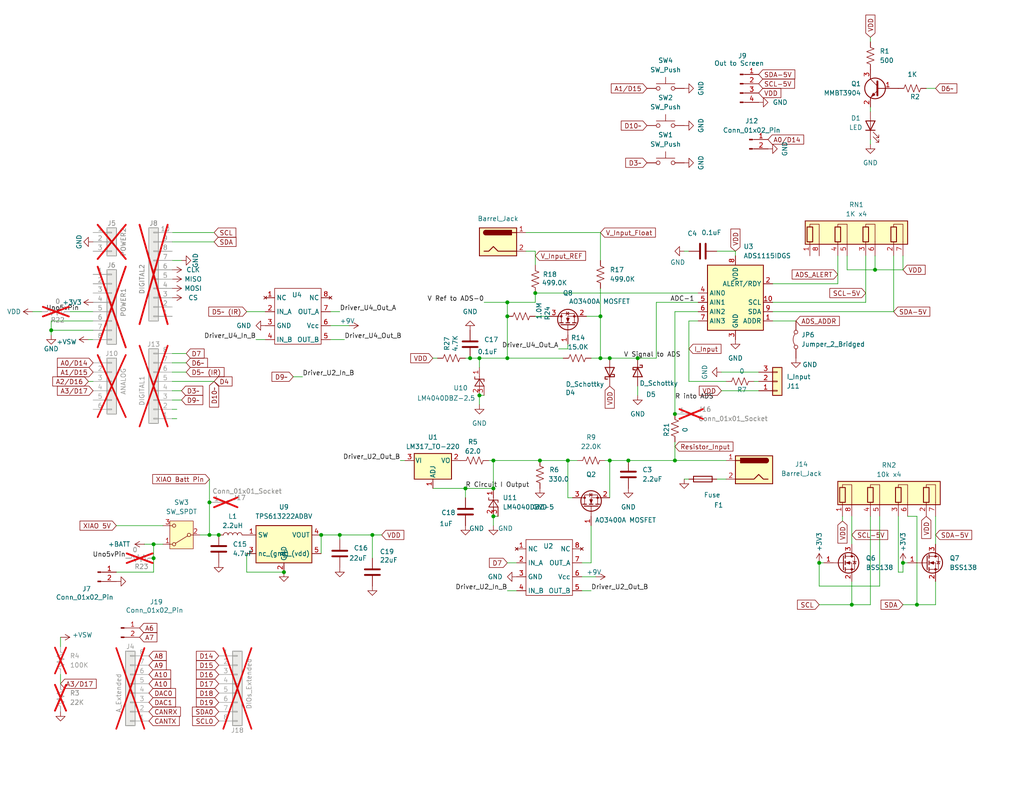
<source format=kicad_sch>
(kicad_sch (version 20250114) (generator "eeschema") (generator_version "9.0")
  (paper "USLetter")
  (title_block (title "Arduino Uno DMM Shield") (date "2025-02-22") (rev "1A") (company "Nick Mann"))
  (junction (at 250.19 165.1))
  (junction (at 163.83 97.79))
  (junction (at 92.71 146.05))
  (junction (at 101.6 146.05))
  (junction (at 130.81 107.95))
  (junction (at 173.99 97.79))
  (junction (at -74.93 148.59))
  (junction (at 147.32 125.73))
  (junction (at 134.62 140.97))
  (junction (at 130.81 97.79))
  (junction (at -31.75 135.89))
  (junction (at 77.47 156.21))
  (junction (at 134.62 133.35))
  (junction (at 184.15 125.73))
  (junction (at 238.76 73.66))
  (junction (at 128.27 97.79))
  (junction (at 154.94 125.73))
  (junction (at 57.15 137.16))
  (junction (at -74.93 138.43))
  (junction (at 127 133.35))
  (junction (at -17.78 135.89))
  (junction (at 138.43 86.36))
  (junction (at 134.62 125.73))
  (junction (at 87.63 146.05))
  (junction (at 41.91 148.59))
  (junction (at 223.52 153.67))
  (junction (at 246.38 153.67))
  (junction (at 138.43 82.55))
  (junction (at 163.83 86.36))
  (junction (at -73.66 130.81))
  (junction (at 166.37 125.73))
  (junction (at 171.45 125.73))
  (junction (at -83.82 148.59))
  (junction (at 57.15 146.05))
  (junction (at 184.15 113.03))
  (junction (at 13.97 90.17))
  (junction (at 41.91 152.4))
  (junction (at 232.41 165.1))
  (junction (at 166.37 97.79))
  (junction (at -74.93 193.04))
  (junction (at 59.69 146.05))
  (junction (at -31.75 146.05))
  (junction (at -74.93 184.15))
  (junction (at 138.43 97.79))
  (junction (at 146.05 80.01))
  (junction (at -83.82 138.43))
  (wire (pts (xy 210.82 85.09) (xy 243.84 85.09)))
  (wire (pts (xy 92.71 146.05) (xy 92.71 147.32)))
  (wire (pts (xy 237.49 38.1) (xy 237.49 39.37)))
  (wire (pts (xy 237.49 10.16) (xy 237.49 11.43)))
  (wire (pts (xy 46.99 96.52) (xy 50.8 96.52)))
  (wire (pts (xy 163.83 63.5) (xy 143.51 63.5)))
  (wire (pts (xy 224.79 153.67) (xy 223.52 153.67)))
  (wire (pts (xy 255.27 165.1) (xy 255.27 158.75)))
  (wire (pts (xy 16.51 173.99) (xy 16.51 176.53)))
  (wire (pts (xy 93.98 92.71) (xy 90.17 92.71)))
  (wire (pts (xy 146.05 68.58) (xy 143.51 68.58)))
  (wire (pts (xy 250.19 165.1) (xy 255.27 165.1)))
  (wire (pts (xy 237.49 30.48) (xy 237.49 29.21)))
  (wire (pts (xy 13.97 90.17) (xy 13.97 91.44)))
  (wire (pts (xy 247.65 153.67) (xy 246.38 153.67)))
  (wire (pts (xy 31.75 156.21) (xy 41.91 156.21)))
  (wire (pts (xy 46.99 66.04) (xy 58.42 66.04)))
  (wire (pts (xy 171.45 125.73) (xy 184.15 125.73)))
  (wire (pts (xy -92.71 148.59) (xy -83.82 148.59)))
  (wire (pts (xy 138.43 86.36) (xy 138.43 97.79)))
  (wire (pts (xy 46.99 99.06) (xy 50.8 99.06)))
  (wire (pts (xy 289.56 132.08) (xy 289.56 121.92)))
  (wire (pts (xy 13.97 90.17) (xy 25.4 90.17)))
  (wire (pts (xy 127 97.79) (xy 128.27 97.79)))
  (wire (pts (xy 255.27 140.97) (xy 255.27 148.59)))
  (wire (pts (xy 245.11 140.97) (xy 245.11 156.21)))
  (wire (pts (xy 130.81 107.95) (xy 132.08 107.95)))
  (wire (pts (xy 250.19 140.97) (xy 250.19 165.1)))
  (wire (pts (xy 198.12 104.14) (xy 187.96 104.14)))
  (wire (pts (xy -74.93 184.15) (xy -67.31 184.15)))
  (wire (pts (xy 210.82 77.47) (xy 228.6 77.47)))
  (wire (pts (xy 118.11 133.35) (xy 127 133.35)))
  (wire (pts (xy 163.83 97.79) (xy 166.37 97.79)))
  (wire (pts (xy 130.81 110.49) (xy 130.81 107.95)))
  (wire (pts (xy 161.29 97.79) (xy 163.83 97.79)))
  (wire (pts (xy 67.31 151.13) (xy 67.31 156.21)))
  (wire (pts (xy 173.99 97.79) (xy 179.07 97.79)))
  (wire (pts (xy 228.6 69.85) (xy 228.6 77.47)))
  (wire (pts (xy 69.85 92.71) (xy 72.39 92.71)))
  (wire (pts (xy 236.22 69.85) (xy 236.22 82.55)))
  (wire (pts (xy -17.78 135.89) (xy -17.78 140.97)))
  (wire (pts (xy -31.75 135.89) (xy -17.78 135.89)))
  (wire (pts (xy 198.12 130.81) (xy 195.58 130.81)))
  (wire (pts (xy 41.91 152.4) (xy 41.91 148.59)))
  (wire (pts (xy 232.41 165.1) (xy 232.41 158.75)))
  (wire (pts (xy -73.66 135.89) (xy -74.93 135.89)))
  (wire (pts (xy 238.76 73.66) (xy 238.76 69.85)))
  (wire (pts (xy 24.13 92.71) (xy 25.4 92.71)))
  (wire (pts (xy 187.96 87.63) (xy 187.96 104.14)))
  (wire (pts (xy 39.37 148.59) (xy 41.91 148.59)))
  (wire (pts (xy 184.15 85.09) (xy 190.5 85.09)))
  (wire (pts (xy 57.15 146.05) (xy 59.69 146.05)))
  (wire (pts (xy 87.63 146.05) (xy 87.63 151.13)))
  (wire (pts (xy 163.83 86.36) (xy 163.83 97.79)))
  (wire (pts (xy 132.08 82.55) (xy 138.43 82.55)))
  (wire (pts (xy -38.1 146.05) (xy -31.75 146.05)))
  (wire (pts (xy 67.31 156.21) (xy 77.47 156.21)))
  (wire (pts (xy 217.17 87.63) (xy 210.82 87.63)))
  (wire (pts (xy 200.66 68.58) (xy 200.66 69.85)))
  (wire (pts (xy 46.99 101.6) (xy 50.8 101.6)))
  (wire (pts (xy 138.43 97.79) (xy 153.67 97.79)))
  (wire (pts (xy 130.81 100.33) (xy 130.81 97.79)))
  (wire (pts (xy -74.93 135.89) (xy -74.93 138.43)))
  (wire (pts (xy -74.93 191.77) (xy -74.93 193.04)))
  (wire (pts (xy 57.15 137.16) (xy 57.15 146.05)))
  (wire (pts (xy 127 133.35) (xy 127 135.89)))
  (wire (pts (xy 138.43 82.55) (xy 138.43 86.36)))
  (wire (pts (xy 184.15 120.65) (xy 184.15 125.73)))
  (wire (pts (xy 80.01 102.87) (xy 82.55 102.87)))
  (wire (pts (xy 173.99 105.41) (xy 173.99 107.95)))
  (wire (pts (xy 109.22 125.73) (xy 110.49 125.73)))
  (wire (pts (xy -73.66 118.11) (xy -73.66 130.81)))
  (wire (pts (xy 146.05 80.01) (xy 190.5 80.01)))
  (wire (pts (xy 246.38 69.85) (xy 246.38 73.66)))
  (wire (pts (xy 184.15 85.09) (xy 184.15 113.03)))
  (wire (pts (xy 200.66 68.58) (xy 195.58 68.58)))
  (wire (pts (xy -80.01 130.81) (xy -73.66 130.81)))
  (wire (pts (xy 138.43 153.67) (xy 140.97 153.67)))
  (wire (pts (xy 90.17 85.09) (xy 92.71 85.09)))
  (wire (pts (xy 92.71 146.05) (xy 101.6 146.05)))
  (wire (pts (xy 13.97 87.63) (xy 13.97 90.17)))
  (wire (pts (xy 229.87 142.24) (xy 229.87 140.97)))
  (wire (pts (xy 186.69 130.81) (xy 187.96 130.81)))
  (wire (pts (xy 238.76 73.66) (xy 246.38 73.66)))
  (wire (pts (xy 101.6 146.05) (xy 104.14 146.05)))
  (wire (pts (xy 166.37 125.73) (xy 171.45 125.73)))
  (wire (pts (xy -83.82 148.59) (xy -83.82 147.32)))
  (wire (pts (xy 154.94 125.73) (xy 154.94 135.89)))
  (wire (pts (xy 154.94 95.25) (xy 154.94 93.98)))
  (wire (pts (xy -60.96 118.11) (xy -73.66 118.11)))
  (wire (pts (xy 146.05 86.36) (xy 149.86 86.36)))
  (wire (pts (xy 240.03 140.97) (xy 240.03 160.02)))
  (wire (pts (xy 101.6 146.05) (xy 101.6 152.4)))
  (wire (pts (xy -52.07 184.15) (xy -48.26 184.15)))
  (wire (pts (xy 252.73 24.13) (xy 255.27 24.13)))
  (wire (pts (xy -74.93 193.04) (xy -67.31 193.04)))
  (wire (pts (xy -52.07 191.77) (xy -48.26 191.77)))
  (wire (pts (xy 207.01 104.14) (xy 205.74 104.14)))
  (wire (pts (xy 246.38 165.1) (xy 250.19 165.1)))
  (wire (pts (xy 223.52 160.02) (xy 240.03 160.02)))
  (wire (pts (xy 119.38 97.79) (xy 118.11 97.79)))
  (wire (pts (xy -74.93 138.43) (xy -74.93 139.7)))
  (wire (pts (xy 187.96 68.58) (xy 186.69 68.58)))
  (wire (pts (xy -92.71 138.43) (xy -92.71 139.7)))
  (wire (pts (xy 16.51 184.15) (xy 16.51 186.69)))
  (wire (pts (xy 187.96 87.63) (xy 190.5 87.63)))
  (wire (pts (xy 57.15 130.81) (xy 57.15 137.16)))
  (wire (pts (xy 46.99 109.22) (xy 49.53 109.22)))
  (wire (pts (xy 46.99 114.3) (xy 48.26 114.3)))
  (wire (pts (xy 130.81 97.79) (xy 128.27 97.79)))
  (wire (pts (xy 24.13 104.14) (xy 25.4 104.14)))
  (wire (pts (xy 154.94 125.73) (xy 147.32 125.73)))
  (wire (pts (xy 154.94 125.73) (xy 157.48 125.73)))
  (wire (pts (xy 207.01 106.68) (xy 196.85 106.68)))
  (wire (pts (xy 179.07 82.55) (xy 179.07 97.79)))
  (wire (pts (xy -83.82 138.43) (xy -74.93 138.43)))
  (wire (pts (xy 46.99 104.14) (xy 58.42 104.14)))
  (wire (pts (xy -38.1 130.81) (xy -38.1 118.11)))
  (wire (pts (xy 46.99 111.76) (xy 48.26 111.76)))
  (wire (pts (xy 46.99 106.68) (xy 49.53 106.68)))
  (wire (pts (xy -31.75 146.05) (xy -29.21 146.05)))
  (wire (pts (xy 67.31 85.09) (xy 72.39 85.09)))
  (wire (pts (xy 247.65 140.97) (xy 250.19 140.97)))
  (wire (pts (xy 134.62 125.73) (xy 147.32 125.73)))
  (wire (pts (xy 134.62 140.97) (xy 134.62 143.51)))
  (wire (pts (xy 138.43 82.55) (xy 146.05 82.55)))
  (wire (pts (xy 163.83 63.5) (xy 163.83 71.12)))
  (wire (pts (xy 41.91 156.21) (xy 41.91 152.4)))
  (wire (pts (xy 232.41 140.97) (xy 232.41 148.59)))
  (wire (pts (xy 304.8 132.08) (xy 289.56 132.08)))
  (wire (pts (xy 236.22 82.55) (xy 210.82 82.55)))
  (wire (pts (xy 232.41 165.1) (xy 223.52 165.1)))
  (wire (pts (xy -38.1 135.89) (xy -31.75 135.89)))
  (wire (pts (xy 25.4 87.63) (xy 13.97 87.63)))
  (wire (pts (xy -83.82 138.43) (xy -83.82 139.7)))
  (wire (pts (xy 160.02 86.36) (xy 163.83 86.36)))
  (wire (pts (xy 46.99 71.12) (xy 49.53 71.12)))
  (wire (pts (xy -38.1 118.11) (xy -53.34 118.11)))
  (wire (pts (xy 165.1 125.73) (xy 166.37 125.73)))
  (wire (pts (xy 146.05 80.01) (xy 146.05 82.55)))
  (wire (pts (xy -92.71 138.43) (xy -83.82 138.43)))
  (wire (pts (xy 243.84 69.85) (xy 243.84 85.09)))
  (wire (pts (xy 31.75 143.51) (xy 44.45 143.51)))
  (wire (pts (xy 304.8 119.38) (xy 304.8 132.08)))
  (wire (pts (xy 207.01 101.6) (xy 196.85 101.6)))
  (wire (pts (xy 8.89 85.09) (xy 11.43 85.09)))
  (wire (pts (xy -92.71 148.59) (xy -92.71 147.32)))
  (wire (pts (xy 223.52 153.67) (xy 223.52 160.02)))
  (wire (pts (xy 231.14 69.85) (xy 231.14 73.66)))
  (wire (pts (xy 161.29 143.51) (xy 161.29 153.67)))
  (wire (pts (xy -31.75 146.05) (xy -31.75 143.51)))
  (wire (pts (xy 154.94 135.89) (xy 156.21 135.89)))
  (wire (pts (xy 237.49 165.1) (xy 232.41 165.1)))
  (wire (pts (xy 166.37 97.79) (xy 173.99 97.79)))
  (wire (pts (xy 166.37 125.73) (xy 166.37 135.89)))
  (wire (pts (xy 179.07 82.55) (xy 190.5 82.55)))
  (wire (pts (xy 237.49 140.97) (xy 237.49 165.1)))
  (wire (pts (xy 146.05 68.58) (xy 146.05 72.39)))
  (wire (pts (xy 245.11 156.21) (xy 246.38 156.21)))
  (wire (pts (xy 19.05 85.09) (xy 25.4 85.09)))
  (wire (pts (xy 134.62 133.35) (xy 134.62 125.73)))
  (wire (pts (xy 54.61 146.05) (xy 57.15 146.05)))
  (wire (pts (xy 161.29 161.29) (xy 158.75 161.29)))
  (wire (pts (xy 162.56 157.48) (xy 158.75 157.48)))
  (wire (pts (xy 161.29 153.67) (xy 158.75 153.67)))
  (wire (pts (xy 246.38 153.67) (xy 246.38 156.21)))
  (wire (pts (xy 87.63 146.05) (xy 92.71 146.05)))
  (wire (pts (xy 163.83 78.74) (xy 163.83 86.36)))
  (wire (pts (xy 184.15 125.73) (xy 198.12 125.73)))
  (wire (pts (xy 130.81 97.79) (xy 138.43 97.79)))
  (wire (pts (xy -83.82 148.59) (xy -74.93 148.59)))
  (wire (pts (xy 95.25 88.9) (xy 90.17 88.9)))
  (wire (pts (xy 134.62 140.97) (xy 135.89 140.97)))
  (wire (pts (xy 41.91 148.59) (xy 44.45 148.59)))
  (wire (pts (xy 127 133.35) (xy 134.62 133.35)))
  (wire (pts (xy 231.14 73.66) (xy 238.76 73.66)))
  (wire (pts (xy -74.93 148.59) (xy -74.93 147.32)))
  (wire (pts (xy 152.4 95.25) (xy 154.94 95.25)))
  (wire (pts (xy 46.99 63.5) (xy 58.42 63.5)))
  (wire (pts (xy -74.93 154.94) (xy -74.93 148.59)))
  (wire (pts (xy 138.43 161.29) (xy 140.97 161.29)))
  (wire (pts (xy 134.62 125.73) (xy 133.35 125.73)))
  (label "R Circuit I Output" (at 127 133.35 0))
  (label "Driver_U4_Out_A" (at 92.71 85.09 0))
  (label "Driver_U2_Out_B" (at 109.22 125.73 180))
  (label "V Ref to ADS-0" (at 132.08 82.55 180))
  (label "Driver_U2_In_B" (at 82.55 102.87 0))
  (label "Driver_U4_Out_B" (at 93.98 92.71 0))
  (label "V Signal to ADS" (at 170.18 97.79 0))
  (label "R into ADS" (at 184.15 109.22 0))
  (label "Driver_U2_Out_B" (at 161.29 161.29 0))
  (label "ADC-1" (at 182.88 82.55 0))
  (label "Uno5vPin" (at 34.29 152.4 180))
  (label "Driver_U4_In_B" (at 69.85 92.71 180))
  (label "Driver_U2_In_B" (at 138.43 161.29 180))
  (label "Driver_U4_Out_A" (at 152.4 95.25 180))
  (label "Uno5vPin" (at 21.59 85.09 180))
  (global_label "A0{slash}D14" (shape input) (at 25.4 99.06 180) (property "Intersheetrefs" "${INTERSHEET_REFS}" (effects (hide yes))))
  (global_label "I_Input" (shape input) (at 187.96 95.25 0) (property "Intersheetrefs" "${INTERSHEET_REFS}" (effects (hide yes))))
  (global_label "D14" (shape input) (at 59.69 179.07 180) (property "Intersheetrefs" "${INTERSHEET_REFS}" (effects (hide yes))))
  (global_label "D5~ (IR)" (shape input) (at 67.31 85.09 180) (property "Intersheetrefs" "${INTERSHEET_REFS}" (effects (hide yes))))
  (global_label "VDD" (shape input) (at 207.01 25.4 0) (property "Intersheetrefs" "${INTERSHEET_REFS}" (effects (hide yes))))
  (global_label "VDD" (shape input) (at 229.87 142.24 270) (property "Intersheetrefs" "${INTERSHEET_REFS}" (effects (hide yes))))
  (global_label "SDA" (shape input) (at 246.38 165.1 180) (property "Intersheetrefs" "${INTERSHEET_REFS}" (effects (hide yes))))
  (global_label "A10" (shape input) (at 40.64 184.15 0) (property "Intersheetrefs" "${INTERSHEET_REFS}" (effects (hide yes))))
  (global_label "D9~" (shape input) (at 49.53 109.22 0) (property "Intersheetrefs" "${INTERSHEET_REFS}" (effects (hide yes))))
  (global_label "VDD" (shape input) (at 196.85 106.68 180) (property "Intersheetrefs" "${INTERSHEET_REFS}" (effects (hide yes))))
  (global_label "XIAO 5V" (shape input) (at 31.75 143.51 180) (property "Intersheetrefs" "${INTERSHEET_REFS}" (effects (hide yes))))
  (global_label "D6~" (shape input) (at 50.8 99.06 0) (property "Intersheetrefs" "${INTERSHEET_REFS}" (effects (hide yes))))
  (global_label "ADS_ALERT" (shape input) (at 228.6 74.93 180) (property "Intersheetrefs" "${INTERSHEET_REFS}" (effects (hide yes))))
  (global_label "DAC0" (shape input) (at 40.64 189.23 0) (property "Intersheetrefs" "${INTERSHEET_REFS}" (effects (hide yes))))
  (global_label "SDA0" (shape input) (at 59.69 194.31 180) (property "Intersheetrefs" "${INTERSHEET_REFS}" (effects (hide yes))))
  (global_label "A6" (shape input) (at 38.1 171.45 0) (property "Intersheetrefs" "${INTERSHEET_REFS}" (effects (hide yes))))
  (global_label "CANRX" (shape input) (at 40.64 194.31 0) (property "Intersheetrefs" "${INTERSHEET_REFS}" (effects (hide yes))))
  (global_label "D17" (shape input) (at 59.69 186.69 180) (property "Intersheetrefs" "${INTERSHEET_REFS}" (effects (hide yes))))
  (global_label "D16" (shape input) (at 59.69 184.15 180) (property "Intersheetrefs" "${INTERSHEET_REFS}" (effects (hide yes))))
  (global_label "A2{slash}D16" (shape input) (at 24.13 104.14 180) (property "Intersheetrefs" "${INTERSHEET_REFS}" (effects (hide yes))))
  (global_label "VDD" (shape input) (at 104.14 146.05 0) (property "Intersheetrefs" "${INTERSHEET_REFS}" (effects (hide yes))))
  (global_label "D6~" (shape input) (at 255.27 24.13 0) (property "Intersheetrefs" "${INTERSHEET_REFS}" (effects (hide yes))))
  (global_label "SCL-5V" (shape input) (at 232.41 146.05 0) (property "Intersheetrefs" "${INTERSHEET_REFS}" (effects (hide yes))))
  (global_label "D4" (shape input) (at 58.42 104.14 0) (property "Intersheetrefs" "${INTERSHEET_REFS}" (effects (hide yes))))
  (global_label "VDD" (shape input) (at 166.37 105.41 270) (property "Intersheetrefs" "${INTERSHEET_REFS}" (effects (hide yes))))
  (global_label "D10~" (shape input) (at 176.53 34.29 180) (property "Intersheetrefs" "${INTERSHEET_REFS}" (effects (hide yes))))
  (global_label "D7" (shape input) (at 50.8 96.52 0) (property "Intersheetrefs" "${INTERSHEET_REFS}" (effects (hide yes))))
  (global_label "A1{slash}D15" (shape input) (at 176.53 24.13 180) (property "Intersheetrefs" "${INTERSHEET_REFS}" (effects (hide yes))))
  (global_label "Resistor_Input" (shape input) (at 184.15 121.92 0) (property "Intersheetrefs" "${INTERSHEET_REFS}" (effects (hide yes))))
  (global_label "VDD" (shape input) (at 246.38 73.66 0) (property "Intersheetrefs" "${INTERSHEET_REFS}" (effects (hide yes))))
  (global_label "SDA-5V" (shape input) (at 255.27 146.05 0) (property "Intersheetrefs" "${INTERSHEET_REFS}" (effects (hide yes))))
  (global_label "V_Input_Float" (shape input) (at 163.83 63.5 0) (property "Intersheetrefs" "${INTERSHEET_REFS}" (effects (hide yes))))
  (global_label "SCL0" (shape input) (at 59.69 196.85 180) (property "Intersheetrefs" "${INTERSHEET_REFS}" (effects (hide yes))))
  (global_label "VDD" (shape input) (at -80.01 130.81 180) (property "Intersheetrefs" "${INTERSHEET_REFS}" (effects (hide yes))))
  (global_label "D7" (shape input) (at 138.43 153.67 180) (property "Intersheetrefs" "${INTERSHEET_REFS}" (effects (hide yes))))
  (global_label "A3{slash}D17" (shape input) (at 16.51 186.69 0) (property "Intersheetrefs" "${INTERSHEET_REFS}" (effects (hide yes))))
  (global_label "D15" (shape input) (at 59.69 181.61 180) (property "Intersheetrefs" "${INTERSHEET_REFS}" (effects (hide yes))))
  (global_label "D3~" (shape input) (at 176.53 44.45 180) (property "Intersheetrefs" "${INTERSHEET_REFS}" (effects (hide yes))))
  (global_label "A10" (shape input) (at 40.64 186.69 0) (property "Intersheetrefs" "${INTERSHEET_REFS}" (effects (hide yes))))
  (global_label "A3{slash}D17" (shape input) (at 25.4 106.68 180) (property "Intersheetrefs" "${INTERSHEET_REFS}" (effects (hide yes))))
  (global_label "VDD" (shape input) (at 237.49 10.16 90) (property "Intersheetrefs" "${INTERSHEET_REFS}" (effects (hide yes))))
  (global_label "SDA-5V" (shape input) (at 207.01 20.32 0) (property "Intersheetrefs" "${INTERSHEET_REFS}" (effects (hide yes))))
  (global_label "DAC1" (shape input) (at 289.56 116.84 180) (property "Intersheetrefs" "${INTERSHEET_REFS}" (effects (hide yes))))
  (global_label "V_Input_REF" (shape input) (at 146.05 69.85 0) (property "Intersheetrefs" "${INTERSHEET_REFS}" (effects (hide yes))))
  (global_label "ADS_ADDR" (shape input) (at 217.17 87.63 0) (property "Intersheetrefs" "${INTERSHEET_REFS}" (effects (hide yes))))
  (global_label "D5~ (IR)" (shape input) (at 50.8 101.6 0) (property "Intersheetrefs" "${INTERSHEET_REFS}" (effects (hide yes))))
  (global_label "A0{slash}D14" (shape input) (at 209.55 38.1 0) (property "Intersheetrefs" "${INTERSHEET_REFS}" (effects (hide yes))))
  (global_label "A1{slash}D15" (shape input) (at 25.4 101.6 180) (property "Intersheetrefs" "${INTERSHEET_REFS}" (effects (hide yes))))
  (global_label "SCL" (shape input) (at 58.42 63.5 0) (property "Intersheetrefs" "${INTERSHEET_REFS}" (effects (hide yes))))
  (global_label "SDA" (shape input) (at 58.42 66.04 0) (property "Intersheetrefs" "${INTERSHEET_REFS}" (effects (hide yes))))
  (global_label "SCL" (shape input) (at 223.52 165.1 180) (property "Intersheetrefs" "${INTERSHEET_REFS}" (effects (hide yes))))
  (global_label "VDD" (shape input) (at 252.73 140.97 270) (property "Intersheetrefs" "${INTERSHEET_REFS}" (effects (hide yes))))
  (global_label "A7" (shape input) (at 38.1 173.99 0) (property "Intersheetrefs" "${INTERSHEET_REFS}" (effects (hide yes))))
  (global_label "D18" (shape input) (at 59.69 189.23 180) (property "Intersheetrefs" "${INTERSHEET_REFS}" (effects (hide yes))))
  (global_label "D10~" (shape input) (at 58.42 104.14 270) (property "Intersheetrefs" "${INTERSHEET_REFS}" (effects (hide yes))))
  (global_label "VDD" (shape input) (at 200.66 68.58 90) (property "Intersheetrefs" "${INTERSHEET_REFS}" (effects (hide yes))))
  (global_label "VDD" (shape input) (at 290.83 76.2 90) (property "Intersheetrefs" "${INTERSHEET_REFS}" (effects (hide yes))))
  (global_label "XIAO Batt Pin" (shape input) (at 57.15 130.81 180) (property "Intersheetrefs" "${INTERSHEET_REFS}" (effects (hide yes))))
  (global_label "A8" (shape input) (at 40.64 179.07 0) (property "Intersheetrefs" "${INTERSHEET_REFS}" (effects (hide yes))))
  (global_label "D19" (shape input) (at 59.69 191.77 180) (property "Intersheetrefs" "${INTERSHEET_REFS}" (effects (hide yes))))
  (global_label "SCL-5V" (shape input) (at 207.01 22.86 0) (property "Intersheetrefs" "${INTERSHEET_REFS}" (effects (hide yes))))
  (global_label "DAC1" (shape input) (at 40.64 191.77 0) (property "Intersheetrefs" "${INTERSHEET_REFS}" (effects (hide yes))))
  (global_label "SCL-5V" (shape input) (at 236.22 80.01 180) (property "Intersheetrefs" "${INTERSHEET_REFS}" (effects (hide yes))))
  (global_label "D3~" (shape input) (at 49.53 106.68 0) (property "Intersheetrefs" "${INTERSHEET_REFS}" (effects (hide yes))))
  (global_label "VDD" (shape input) (at 118.11 97.79 180) (property "Intersheetrefs" "${INTERSHEET_REFS}" (effects (hide yes))))
  (global_label "SDA-5V" (shape input) (at 243.84 85.09 0) (property "Intersheetrefs" "${INTERSHEET_REFS}" (effects (hide yes))))
  (global_label "CANTX" (shape input) (at 40.64 196.85 0) (property "Intersheetrefs" "${INTERSHEET_REFS}" (effects (hide yes))))
  (global_label "A9" (shape input) (at 40.64 181.61 0) (property "Intersheetrefs" "${INTERSHEET_REFS}" (effects (hide yes))))
  (global_label "D9~" (shape input) (at 80.01 102.87 180) (property "Intersheetrefs" "${INTERSHEET_REFS}" (effects (hide yes))))
  (symbol (lib_id "Device:Opamp_Dual") (at 309.88 185.42 0) (unit 3) (dnp yes)
    (property "Reference" "U8" (at 308.61 184.1499 0) (effects (justify left)))
    (property "Value" "Opamp_Dual" (at 308.61 186.6899 0) (effects (justify left)))
    (property "Footprint" "Package_SO:SOIC-8_3.9x4.9mm_P1.27mm" (effects (hide yes)))
    (property "Description" "Dual operational amplifier" (effects (hide yes)))
    (property "Sim.Library" "${KICAD9_SYMBOL_DIR}/Simulation_SPICE.sp" (effects (hide yes)))
    (property "Sim.Name" "kicad_builtin_opamp_dual" (effects (hide yes)))
    (property "Sim.Device" "SUBCKT" (effects (hide yes)))
    (property "Sim.Pins" "1=out1 2=in1- 3=in1+ 4=vee 5=in2+ 6=in2- 7=out2 8=vcc" (effects (hide yes)))
  )
  (symbol (lib_id "Transistor_FET:BSS138") (at 229.87 153.67 0) (unit 1)
    (property "Reference" "Q6" (at 236.22 152.3999 0) (effects (justify left)))
    (property "Value" "BSS138" (at 236.22 154.9399 0) (effects (justify left)))
    (property "Footprint" "Package_TO_SOT_SMD:SOT-23" (effects (hide yes)))
    (property "Datasheet" "https://www.onsemi.com/pub/Collateral/BSS138-D.PDF" (effects (hide yes)))
    (property "Description" "50V Vds, 0.22A Id, N-Channel MOSFET, SOT-23" (effects (hide yes)))
  )
  (symbol (lib_name "+BATT_1") (lib_id "power:+BATT") (at 39.37 148.59 90) (unit 1)
    (property "Reference" "#PWR063" (effects (hide yes)))
    (property "Value" "+BATT" (at 35.56 148.5901 90) (effects (justify left)))
    (property "Description" "Power symbol creates a global label with name \"+BATT\"" (effects (hide yes)))
  )
  (symbol (lib_id "Device:C") (at -74.93 187.96 0) (unit 1)
    (property "Reference" "C10" (at -72.644 190.754 0) (effects (justify left)))
    (property "Value" "4.7uF" (at -83.312 187.96 0) (effects (justify left)))
    (property "Footprint" "Capacitor_SMD:C_0805_2012Metric_Pad1.18x1.45mm_HandSolder" (effects (hide yes)))
    (property "Description" "Unpolarized capacitor" (effects (hide yes)))
    (property "Function" "Charge Pump" (effects (hide yes)))
  )
  (symbol (lib_id "Device:C") (at -92.71 143.51 0) (unit 1)
    (property "Reference" "C6" (at -91.694 146.304 0) (effects (justify left)))
    (property "Value" "1uF" (at -97.028 146.812 0) (effects (justify left)))
    (property "Footprint" "Capacitor_SMD:C_0805_2012Metric_Pad1.18x1.45mm_HandSolder" (effects (hide yes)))
    (property "Description" "Unpolarized capacitor" (effects (hide yes)))
    (property "Function" "Charge Pump" (effects (hide yes)))
  )
  (symbol (lib_id "power:+5V") (at 90.17 228.6 90) (unit 1)
    (property "Reference" "#PWR025" (effects (hide yes)))
    (property "Value" "VDD" (at 85.09 228.6 90))
  )
  (symbol (lib_id "power:GND") (at -17.78 148.59 0) (unit 1)
    (property "Reference" "#PWR016" (effects (hide yes)))
    (property "Value" "GND" (effects (hide yes)))
    (property "Description" "Power symbol creates a global label with name \"GND\" , ground" (effects (hide yes)))
  )
  (symbol (lib_id "Device:R_US") (at 172.72 234.95 180) (unit 1) (on_board no) (dnp yes)
    (property "Reference" "R19" (at 170.688 236.22 0) (effects (justify left)))
    (property "Value" "10K" (at 170.942 233.934 0) (effects (justify left)))
    (property "Footprint" "Resistor_SMD:R_0805_2012Metric_Pad1.20x1.40mm_HandSolder" (effects (hide yes)))
    (property "Description" "Resistor, US symbol" (effects (hide yes)))
    (property "ValueTemp" "5K" (effects (hide yes)))
    (property "Function" "Current Limit" (effects (hide yes)))
  )
  (symbol (lib_id "power:+9V") (at -74.93 193.04 90) (unit 1)
    (property "Reference" "#PWR036" (effects (hide yes)))
    (property "Value" "+9V" (at -80.01 193.04 0))
    (property "Description" "Power symbol creates a global label with name \"+9V\"" (effects (hide yes)))
  )
  (symbol (lib_id "Connector_Generic:Conn_02x18_Odd_Even") (at 97.79 248.92 0) (mirror y) (unit 1)
    (property "Reference" "J21" (at 96.52 222.25 0))
    (property "Value" "Conn_02x18_Odd_Even" (at 96.52 224.79 0))
    (property "Footprint" "Connector_PinSocket_2.54mm:PinSocket_2x18_P2.54mm_Vertical" (effects (hide yes)))
    (property "Description" "Generic connector, double row, 02x18, odd/even pin numbering scheme (row 1 odd numbers, row 2 even numbers), script generated (kicad-library-utils/schlib/autogen/connector/)" (effects (hide yes)))
  )
  (symbol (lib_id "Transistor_FET:DMG2302U") (at 154.94 88.9 90) (unit 1)
    (property "Reference" "Q8" (at 154.94 80.01 90))
    (property "Value" "AO3400A MOSFET" (at 163.576 82.296 90))
    (property "Footprint" "Package_TO_SOT_SMD:SOT-23" (effects (hide yes)))
    (property "Datasheet" "http://www.diodes.com/assets/Datasheets/DMG2302U.pdf" (effects (hide yes)))
    (property "Description" "4.2A Id, 20V Vds, N-Channel MOSFET, SOT-23" (effects (hide yes)))
    (property "Function" "R Circuit Range Switch" (effects (hide yes)))
  )
  (symbol (lib_id "Connector_Generic:Conn_01x08") (at 64.77 186.69 0) (unit 1) (dnp yes)
    (property "Reference" "J18" (at 64.77 199.39 0))
    (property "Value" "DIOs_Extended" (at 67.945 186.69 90))
    (property "Footprint" "Connector_PinHeader_2.54mm:PinHeader_1x08_P2.54mm_Vertical" (effects (hide yes)))
    (property "ValueTemp" "DIGITAL1" (effects (hide yes)))
  )
  (symbol (lib_id "Transistor_FET:DMG2302U") (at 161.29 138.43 90) (unit 1)
    (property "Reference" "Q2" (at 161.29 129.54 90))
    (property "Value" "AO3400A MOSFET" (at 170.688 141.986 90))
    (property "Footprint" "Package_TO_SOT_SMD:SOT-23" (effects (hide yes)))
    (property "Datasheet" "http://www.diodes.com/assets/Datasheets/DMG2302U.pdf" (effects (hide yes)))
    (property "Description" "4.2A Id, 20V Vds, N-Channel MOSFET, SOT-23" (effects (hide yes)))
    (property "Function" "R Circuit Range Switch" (effects (hide yes)))
  )
  (symbol (lib_id "Device:C") (at -83.82 143.51 0) (unit 1)
    (property "Reference" "C5" (at -83.058 146.304 0) (effects (justify left)))
    (property "Value" "1uF" (at -88.138 146.812 0) (effects (justify left)))
    (property "Footprint" "Capacitor_SMD:C_0805_2012Metric_Pad1.18x1.45mm_HandSolder" (effects (hide yes)))
    (property "Description" "Unpolarized capacitor" (effects (hide yes)))
    (property "Function" "Charge Pump" (effects (hide yes)))
  )
  (symbol (lib_id "power:+3.3V") (at 25.4 82.55 90) (unit 1)
    (property "Reference" "#PWR021" (effects (hide yes)))
    (property "Value" "+3V3" (at 19.685 82.55 90))
  )
  (symbol (lib_id "power:+9V") (at -17.78 135.89 270) (unit 1)
    (property "Reference" "#PWR015" (effects (hide yes)))
    (property "Value" "+9V" (at -13.97 135.8899 90) (effects (justify left)))
    (property "Description" "Power symbol creates a global label with name \"+9V\"" (effects (hide yes)))
  )
  (symbol (lib_id "Device:R_US") (at 15.24 85.09 90) (unit 1) (dnp yes)
    (property "Reference" "R22" (at 15.748 87.376 90))
    (property "Value" "0" (at 15.748 82.296 90))
    (property "Footprint" "Resistor_SMD:R_0805_2012Metric_Pad1.20x1.40mm_HandSolder" (effects (hide yes)))
    (property "Description" "Resistor, US symbol" (effects (hide yes)))
    (property "Function" "BJTCurrentLimit1" (effects (hide yes)))
  )
  (symbol (lib_id "Analog_ADC:ADS1115IDGS") (at 200.66 82.55 0) (unit 1)
    (property "Reference" "U3" (at 202.8541 67.31 0) (effects (justify left)))
    (property "Value" "ADS1115IDGS" (at 202.8541 69.85 0) (effects (justify left)))
    (property "Footprint" "Package_SO:TSSOP-10_3x3mm_P0.5mm" (effects (hide yes)))
    (property "Datasheet" "http://www.ti.com/lit/ds/symlink/ads1113.pdf" (effects (hide yes)))
    (property "Description" "Ultra-Small, Low-Power, I2C-Compatible, 860-SPS, 16-Bit ADCs With Internal Reference, Oscillator, and Programmable Comparator, VSSOP-10" (effects (hide yes)))
    (property "ValueTemp" "ADS1115IDGS" (effects (hide yes)))
  )
  (symbol (lib_id "power:GND") (at 134.62 143.51 0) (unit 1)
    (property "Reference" "#PWR034" (effects (hide yes)))
    (property "Value" "GND" (at 137.922 144.272 0))
    (property "Description" "Power symbol creates a global label with name \"GND\" , ground" (effects (hide yes)))
  )
  (symbol (lib_id "Device:C") (at 59.69 149.86 0) (unit 1)
    (property "Reference" "C15" (at 63.5 148.5899 0) (effects (justify left)))
    (property "Value" "4.7uF" (at 63.5 151.1299 0) (effects (justify left)))
    (property "Footprint" "Capacitor_SMD:C_0805_2012Metric_Pad1.18x1.45mm_HandSolder" (effects (hide yes)))
    (property "Description" "Unpolarized capacitor" (effects (hide yes)))
    (property "Function" "Boost Circuit Input" (effects (hide yes)))
  )
  (symbol (lib_id "Device:Fuse") (at 191.77 130.81 270) (mirror x) (unit 1)
    (property "Reference" "F1" (at 196.088 137.922 90))
    (property "Value" "Fuse" (at 194.31 135.128 90))
    (property "Footprint" "Fuse:Fuse_1206_3216Metric_Pad1.42x1.75mm_HandSolder" (effects (hide yes)))
    (property "Description" "Fuse" (effects (hide yes)))
    (property "Function" "Dead Short Protection" (effects (hide yes)))
  )
  (symbol (lib_id "Connector_Generic:Conn_01x10") (at 41.91 76.2 180) (unit 1) (dnp yes)
    (property "Reference" "J8" (at 41.91 60.96 0))
    (property "Value" "DIGITAL2" (at 38.735 76.2 90))
    (property "Footprint" "Library:PinHeader_1x10_P2.54mm_Vertical_NoBox" (effects (hide yes)))
    (property "ValueTemp" "DIGITAL2" (effects (hide yes)))
  )
  (symbol (lib_id "Reference_Voltage:LM4040DBZ-5") (at 134.62 137.16 90) (unit 1)
    (property "Reference" "U11" (at 137.16 135.8899 90) (effects (justify right)))
    (property "Value" "LM4040DBZ-5" (at 137.16 138.4299 90) (effects (justify right)))
    (property "Footprint" "Package_TO_SOT_SMD:SOT-23" (effects (hide yes)))
    (property "Datasheet" "http://www.ti.com/lit/ds/symlink/lm4040-n.pdf" (effects (hide yes)))
    (property "Description" "5.000V Precision Micropower Shunt Voltage Reference, SOT-23" (effects (hide yes)))
    (property "Function" "R Circuit Reference" (effects (hide yes)))
  )
  (symbol (lib_id "power:+3.3V") (at 46.99 78.74 270) (unit 1)
    (property "Reference" "#PWR02" (effects (hide yes)))
    (property "Value" "MOSI" (at 52.705 78.74 90))
  )
  (symbol (lib_id "power:GND") (at 13.97 91.44 0) (unit 1)
    (property "Reference" "#PWR018" (effects (hide yes)))
    (property "Value" "GND" (at 13.97 95.25 0))
  )
  (symbol (lib_id "power:+VSW") (at 24.13 92.71 90) (unit 1)
    (property "Reference" "#PWR019" (effects (hide yes)))
    (property "Value" "+VSW" (at 20.955 93.345 90) (effects (justify left)))
  )
  (symbol (lib_id "Connector:Conn_01x02_Pin") (at 26.67 156.21 0) (unit 1)
    (property "Reference" "J7" (at 23.622 160.782 0))
    (property "Value" "Conn_01x02_Pin" (at 23.114 163.068 0))
    (property "Footprint" "Connector_PinSocket_2.54mm:PinSocket_1x02_P2.54mm_Vertical" (effects (hide yes)))
    (property "Description" "Generic connector, single row, 01x02, script generated" (effects (hide yes)))
  )
  (symbol (lib_id "power:GND") (at 77.47 156.21 0) (unit 1)
    (property "Reference" "#PWR029" (effects (hide yes)))
    (property "Value" "GND" (effects (hide yes)))
    (property "Description" "Power symbol creates a global label with name \"GND\" , ground" (effects (hide yes)))
  )
  (symbol (lib_id "power:GND") (at 127 143.51 0) (unit 1)
    (property "Reference" "#PWR042" (effects (hide yes)))
    (property "Value" "GND" (at 130.048 144.272 0))
    (property "Description" "Power symbol creates a global label with name \"GND\" , ground" (effects (hide yes)))
  )
  (symbol (lib_id "power:+5V") (at 102.87 228.6 270) (unit 1)
    (property "Reference" "#PWR026" (effects (hide yes)))
    (property "Value" "VDD" (at 107.95 228.6 90))
  )
  (symbol (lib_id "Device:R_US") (at 163.83 74.93 0) (unit 1)
    (property "Reference" "R17" (at 166.37 73.6599 0) (effects (justify left)))
    (property "Value" "499.0K" (at 166.37 76.1999 0) (effects (justify left)))
    (property "Footprint" "Resistor_SMD:R_0805_2012Metric_Pad1.20x1.40mm_HandSolder" (effects (hide yes)))
    (property "Description" "Resistor, US symbol" (effects (hide yes)))
    (property "ValueTemp" "75K" (effects (hide yes)))
    (property "Function" "V Signal Divider" (effects (hide yes)))
  )
  (symbol (lib_id "power:GND") (at 101.6 160.02 0) (unit 1)
    (property "Reference" "#PWR082" (effects (hide yes)))
    (property "Value" "GND" (effects (hide yes)))
    (property "Description" "Power symbol creates a global label with name \"GND\" , ground" (effects (hide yes)))
  )
  (symbol (lib_id "Device:R_US") (at 123.19 97.79 90) (unit 1)
    (property "Reference" "R27" (at 121.92 95.758 0) (effects (justify left)))
    (property "Value" "4.7K" (at 124.206 96.012 0) (effects (justify left)))
    (property "Footprint" "Resistor_SMD:R_0805_2012Metric_Pad1.20x1.40mm_HandSolder" (effects (hide yes)))
    (property "Description" "Resistor, US symbol" (effects (hide yes)))
    (property "ValueTemp" "5K" (effects (hide yes)))
    (property "Function" "Current Limit" (effects (hide yes)))
  )
  (symbol (lib_id "power:GND") (at 171.45 133.35 0) (unit 1)
    (property "Reference" "#PWR047" (effects (hide yes)))
    (property "Value" "GND" (at 171.45 138.43 0))
    (property "Description" "Power symbol creates a global label with name \"GND\" , ground" (effects (hide yes)))
  )
  (symbol (lib_id "Device:C") (at -74.93 143.51 0) (unit 1)
    (property "Reference" "C1" (at -73.406 146.558 0) (effects (justify left)))
    (property "Value" "1uF" (at -79.248 146.812 0) (effects (justify left)))
    (property "Footprint" "Capacitor_SMD:C_0805_2012Metric_Pad1.18x1.45mm_HandSolder" (effects (hide yes)))
    (property "Description" "Unpolarized capacitor" (effects (hide yes)))
    (property "Function" "Charge Pump" (effects (hide yes)))
  )
  (symbol (lib_id "Connector:Conn_01x04_Pin") (at 201.93 22.86 0) (unit 1)
    (property "Reference" "J9" (at 202.565 15.24 0))
    (property "Value" "Out to Screen" (at 201.676 17.272 0))
    (property "Footprint" "Connector_PinSocket_2.54mm:PinSocket_1x04_P2.54mm_Vertical" (effects (hide yes)))
    (property "Description" "Generic connector, single row, 01x04, script generated" (effects (hide yes)))
    (property "ValueTemp" "Out to Screen" (effects (hide yes)))
  )
  (symbol (lib_id "Device:D_Schottky") (at 173.99 101.6 270) (unit 1)
    (property "Reference" "D5" (at 176.276 107.696 90) (effects (justify left)))
    (property "Value" "D_Schottky" (at 174.498 104.648 90) (effects (justify left)))
    (property "Footprint" "Diode_SMD:D_SOD-123" (effects (hide yes)))
    (property "Description" "Schottky diode" (effects (hide yes)))
    (property "Function" "Overvoltage Proection" (effects (hide yes)))
  )
  (symbol (lib_id "Switch:SW_Push") (at 181.61 44.45 0) (unit 1)
    (property "Reference" "SW1" (at 181.61 36.83 0))
    (property "Value" "SW_Push" (at 181.61 39.37 0))
    (property "Footprint" "Button_Switch_SMD:SW_SPST_CK_RS282G05A3" (effects (hide yes)))
    (property "Description" "Push button switch, generic, two pins" (effects (hide yes)))
    (property "ValueTemp" "SW_Push" (effects (hide yes)))
  )
  (symbol (lib_id "power:GND") (at 209.55 40.64 90) (unit 1)
    (property "Reference" "#PWR044" (effects (hide yes)))
    (property "Value" "GND" (at 214.122 40.64 0))
    (property "Description" "Power symbol creates a global label with name \"GND\" , ground" (effects (hide yes)))
  )
  (symbol (lib_id "power:+5V") (at -67.31 186.69 90) (unit 1)
    (property "Reference" "#PWR039" (effects (hide yes)))
    (property "Value" "VDD" (at -71.628 186.69 90))
  )
  (symbol (lib_id "power:GND") (at 186.69 44.45 90) (unit 1)
    (property "Reference" "#PWR024" (effects (hide yes)))
    (property "Value" "GND" (at 191.262 44.45 0))
    (property "Description" "Power symbol creates a global label with name \"GND\" , ground" (effects (hide yes)))
  )
  (symbol (lib_id "power:GND") (at 90.17 271.78 270) (unit 1)
    (property "Reference" "#PWR031" (effects (hide yes)))
    (property "Value" "GND" (at 86.36 271.78 0))
  )
  (symbol (lib_id "Connector_Generic:Conn_01x06") (at 30.48 104.14 0) (unit 1) (dnp yes)
    (property "Reference" "J10" (at 30.48 96.52 0))
    (property "Value" "ANALOG" (at 33.655 104.14 90))
    (property "Footprint" "Library:PinHeader_1x06_P2.54mm_Vertical_NoBox" (effects (hide yes)))
    (property "ValueTemp" "ANALOG" (effects (hide yes)))
  )
  (symbol (lib_id "power:GND") (at -74.93 184.15 270) (unit 1)
    (property "Reference" "#PWR037" (effects (hide yes)))
    (property "Value" "GND" (at -79.502 182.626 0))
    (property "Description" "Power symbol creates a global label with name \"GND\" , ground" (effects (hide yes)))
  )
  (symbol (lib_id "Device:R_Pack04_SIP") (at 233.68 64.77 0) (unit 1)
    (property "Reference" "RN1" (at 233.68 55.88 0))
    (property "Value" "1K x4" (at 233.68 58.42 0))
    (property "Footprint" "Library:RESCAXS127P508X320X70-8N" (effects (hide yes)))
    (property "Datasheet" "http://www.vishay.com/docs/31509/csc.pdf" (effects (hide yes)))
    (property "Description" "4 resistor network, parallel topology, SIP package" (effects (hide yes)))
  )
  (symbol (lib_id "power:GND") (at 92.71 154.94 0) (unit 1)
    (property "Reference" "#PWR010" (effects (hide yes)))
    (property "Value" "GND" (effects (hide yes)))
    (property "Description" "Power symbol creates a global label with name \"GND\" , ground" (effects (hide yes)))
  )
  (symbol (lib_id "power:GND") (at 147.32 133.35 0) (unit 1)
    (property "Reference" "#PWR035" (effects (hide yes)))
    (property "Value" "GND" (at 147.32 138.43 0))
    (property "Description" "Power symbol creates a global label with name \"GND\" , ground" (effects (hide yes)))
  )
  (symbol (lib_id "MIC4801:MAX1683") (at -66.04 189.23 0) (unit 1)
    (property "Reference" "U7" (at -59.69 179.07 0))
    (property "Value" "MAX1683" (at -59.69 181.61 0))
    (property "Footprint" "Package_TO_SOT_SMD:SOT-23-5_HandSoldering" (effects (hide yes)))
    (property "Datasheet" "https://www.analog.com/media/en/technical-documentation/data-sheets/MAX1682-MAX1683.pdf" (effects (hide yes)))
    (property "Description" "IC REG CHARGE PUMP 2VIN SOT23-5" (effects (hide yes)))
    (property "Function" "Voltage Doubler" (effects (hide yes)))
  )
  (symbol (lib_id "power:+VSW") (at 16.51 173.99 270) (unit 1)
    (property "Reference" "#PWR028" (effects (hide yes)))
    (property "Value" "+VSW" (at 19.685 173.355 90) (effects (justify left)))
  )
  (symbol (lib_id "power:GND") (at 290.83 91.44 0) (unit 1)
    (property "Reference" "#PWR07" (effects (hide yes)))
    (property "Value" "GND" (at 290.83 96.52 0))
    (property "Description" "Power symbol creates a global label with name \"GND\" , ground" (effects (hide yes)))
  )
  (symbol (lib_id "Device:Opamp_Dual") (at 321.31 200.66 0) (unit 2) (dnp yes)
    (property "Reference" "U8" (at 321.31 190.5 0))
    (property "Value" "Opamp_Dual" (at 321.31 193.04 0))
    (property "Footprint" "Package_SO:SOIC-8_3.9x4.9mm_P1.27mm" (effects (hide yes)))
    (property "Description" "Dual operational amplifier" (effects (hide yes)))
    (property "Sim.Library" "${KICAD9_SYMBOL_DIR}/Simulation_SPICE.sp" (effects (hide yes)))
    (property "Sim.Name" "kicad_builtin_opamp_dual" (effects (hide yes)))
    (property "Sim.Device" "SUBCKT" (effects (hide yes)))
    (property "Sim.Pins" "1=out1 2=in1- 3=in1+ 4=vee 5=in2+ 6=in2- 7=out2 8=vcc" (effects (hide yes)))
  )
  (symbol (lib_id "Device:Opamp_Dual") (at 293.37 83.82 0) (unit 3)
    (property "Reference" "U5" (at 292.1 82.5499 0) (effects (justify left)))
    (property "Value" "Opamp_Dual" (at 292.1 85.0899 0) (effects (justify left)))
    (property "Footprint" "Package_SO:SOIC-8_3.9x4.9mm_P1.27mm" (effects (hide yes)))
    (property "Description" "Dual operational amplifier" (effects (hide yes)))
    (property "Sim.Library" "${KICAD9_SYMBOL_DIR}/Simulation_SPICE.sp" (effects (hide yes)))
    (property "Sim.Name" "kicad_builtin_opamp_dual" (effects (hide yes)))
    (property "Sim.Device" "SUBCKT" (effects (hide yes)))
    (property "Sim.Pins" "1=out1 2=in1- 3=in1+ 4=vee 5=in2+ 6=in2- 7=out2 8=vcc" (effects (hide yes)))
  )
  (symbol (lib_id "power:GND") (at 207.01 27.94 90) (unit 1)
    (property "Reference" "#PWR041" (effects (hide yes)))
    (property "Value" "GND" (at 210.82 27.9399 90) (effects (justify right)))
    (property "Description" "Power symbol creates a global label with name \"GND\" , ground" (effects (hide yes)))
  )
  (symbol (lib_id "Connector:Barrel_Jack") (at 135.89 66.04 0) (unit 1)
    (property "Reference" "J15" (effects (hide yes)))
    (property "Value" "Barrel_Jack" (at 135.89 59.69 0))
    (property "Footprint" "Connector_BarrelJack:BarrelJack_Horizontal" (effects (hide yes)))
    (property "Description" "DC Barrel Jack" (effects (hide yes)))
    (property "ValueTemp" "Barrel_Jack" (effects (hide yes)))
  )
  (symbol (lib_id "Connector_Generic:Conn_01x08") (at 30.48 82.55 0) (unit 1) (dnp yes)
    (property "Reference" "J6" (at 29.21 72.39 0) (effects (justify left)))
    (property "Value" "POWER1" (at 33.655 82.55 90))
    (property "Footprint" "Library:PinHeader_1x08_P2.54mm_Vertical_NoBox" (effects (hide yes)))
    (property "ValueTemp" "POWER1" (effects (hide yes)))
  )
  (symbol (lib_id "Device:R_US") (at 172.72 223.52 180) (unit 1) (on_board no) (dnp yes)
    (property "Reference" "R20" (at 170.688 224.79 0) (effects (justify left)))
    (property "Value" "10K" (at 170.942 222.504 0) (effects (justify left)))
    (property "Footprint" "Resistor_SMD:R_0805_2012Metric_Pad1.20x1.40mm_HandSolder" (effects (hide yes)))
    (property "Description" "Resistor, US symbol" (effects (hide yes)))
    (property "ValueTemp" "5K" (effects (hide yes)))
    (property "Function" "Current Limit" (effects (hide yes)))
  )
  (symbol (lib_id "CustomLibrary:IX4426_") (at 143.51 146.05 0) (unit 1)
    (property "Reference" "U2" (at 149.606 149.098 0))
    (property "Value" "IX4426N" (effects (hide yes)))
    (property "Footprint" "Package_SO:SOIC-8_3.9x4.9mm_P1.27mm" (effects (hide yes)))
  )
  (symbol (lib_id "Device:C") (at 101.6 156.21 0) (unit 1)
    (property "Reference" "C19" (at 103.632 150.622 0) (effects (justify left)))
    (property "Value" "22uF" (at 103.632 152.9079 0) (effects (justify left)))
    (property "Footprint" "Capacitor_SMD:C_0805_2012Metric_Pad1.18x1.45mm_HandSolder" (effects (hide yes)))
    (property "Description" "Unpolarized capacitor" (effects (hide yes)))
    (property "Function" "Boost Output Smoothing" (effects (hide yes)))
  )
  (symbol (lib_id "power:+5V") (at 8.89 85.09 90) (unit 1)
    (property "Reference" "#PWR022" (effects (hide yes)))
    (property "Value" "VDD" (at 3.81 85.09 90))
  )
  (symbol (lib_id "power:GND") (at -29.21 153.67 0) (unit 1)
    (property "Reference" "#PWR014" (effects (hide yes)))
    (property "Value" "GND" (effects (hide yes)))
    (property "Description" "Power symbol creates a global label with name \"GND\" , ground" (effects (hide yes)))
  )
  (symbol (lib_id "power:GND") (at 317.5 115.57 270) (unit 1)
    (property "Reference" "#PWR033" (effects (hide yes)))
    (property "Value" "GND" (at 313.69 115.5699 90) (effects (justify right)))
    (property "Description" "Power symbol creates a global label with name \"GND\" , ground" (effects (hide yes)))
  )
  (symbol (lib_id "Regulator_Switching:TPS613222ADBV") (at 77.47 148.59 0) (unit 1)
    (property "Reference" "U9" (at 77.47 138.43 0))
    (property "Value" "TPS613222ADBV" (at 77.47 140.97 0))
    (property "Footprint" "Package_TO_SOT_SMD:SOT-23-5" (effects (hide yes)))
    (property "Datasheet" "http://www.ti.com/lit/ds/symlink/tps61322.pdf" (effects (hide yes)))
    (property "Description" "1.8A Step-Up Converter, 5V Output Voltage, 0.9-5.5V Input Voltage, SOT-23-5" (effects (hide yes)))
  )
  (symbol (lib_id "Connector:Conn_01x02_Pin") (at 33.02 171.45 0) (unit 1)
    (property "Reference" "J19" (at 42.672 164.338 0))
    (property "Value" "Conn_01x02_Pin" (at 42.164 166.624 0))
    (property "Footprint" "Connector_PinSocket_2.54mm:PinSocket_1x02_P2.54mm_Vertical" (effects (hide yes)))
    (property "Description" "Generic connector, single row, 01x02, script generated" (effects (hide yes)))
  )
  (symbol (lib_id "Connector_Generic:Conn_01x08") (at 35.56 189.23 180) (unit 1) (dnp yes)
    (property "Reference" "J4" (at 35.56 176.53 0))
    (property "Value" "A_Extended" (at 32.385 189.23 90))
    (property "Footprint" "Connector_PinHeader_2.54mm:PinHeader_1x08_P2.54mm_Vertical" (effects (hide yes)))
    (property "ValueTemp" "DIGITAL1" (effects (hide yes)))
  )
  (symbol (lib_id "Device:R_US") (at 147.32 129.54 180) (unit 1)
    (property "Reference" "R6" (at 149.86 128.2699 0) (effects (justify right)))
    (property "Value" "330.0" (at 149.606 130.81 0) (effects (justify right)))
    (property "Footprint" "Resistor_SMD:R_0805_2012Metric_Pad1.20x1.40mm_HandSolder" (effects (hide yes)))
    (property "Description" "Resistor, US symbol" (effects (hide yes)))
    (property "Function" "330 R Circuit I Bleeder" (effects (hide yes)))
  )
  (symbol (lib_id "Device:L") (at 63.5 146.05 90) (unit 1)
    (property "Reference" "L1" (at 63.5 140.97 90))
    (property "Value" "2.2uH" (at 63.5 143.51 90))
    (property "Footprint" "Inductor_SMD:L_Murata_DFE201610P" (effects (hide yes)))
    (property "Description" "Inductor" (effects (hide yes)))
  )
  (symbol (lib_id "power:+3.3V") (at 46.99 73.66 270) (unit 1)
    (property "Reference" "#PWR03" (effects (hide yes)))
    (property "Value" "CLK" (at 52.705 73.66 90))
  )
  (symbol (lib_id "Device:R_US") (at 161.29 125.73 90) (unit 1)
    (property "Reference" "R9" (at 161.29 119.38 90))
    (property "Value" "22.0K" (at 161.29 121.92 90))
    (property "Footprint" "Resistor_SMD:R_0805_2012Metric_Pad1.20x1.40mm_HandSolder" (effects (hide yes)))
    (property "Description" "Resistor, US symbol" (effects (hide yes)))
    (property "Function" "R Circuit Divider" (effects (hide yes)))
  )
  (symbol (lib_id "Connector:Conn_01x01_Socket") (at 62.23 137.16 0) (unit 1) (dnp yes)
    (property "Reference" "J17" (at 63.5 135.8899 0) (effects (justify left)))
    (property "Value" "Conn_01x01_Socket" (at 57.912 134.112 0) (effects (justify left)))
    (property "Footprint" "Connector_PinSocket_2.54mm:PinSocket_1x01_P2.54mm_Vertical" (effects (hide yes)))
    (property "Description" "Generic connector, single row, 01x01, script generated" (effects (hide yes)))
  )
  (symbol (lib_id "power:GND") (at 25.4 66.04 270) (unit 1)
    (property "Reference" "#PWR020" (effects (hide yes)))
    (property "Value" "GND" (at 21.59 66.04 0))
  )
  (symbol (lib_id "power:+3.3V") (at 246.38 153.67 0) (unit 1)
    (property "Reference" "#PWR06" (effects (hide yes)))
    (property "Value" "+3V3" (at 246.38 147.955 90))
  )
  (symbol (lib_id "power:GND") (at 72.39 88.9 270) (unit 1)
    (property "Reference" "#PWR013" (effects (hide yes)))
    (property "Value" "GND" (at 68.58 88.8999 90) (effects (justify right)))
    (property "Description" "Power symbol creates a global label with name \"GND\" , ground" (effects (hide yes)))
  )
  (symbol (lib_id "power:GND") (at 186.69 34.29 90) (unit 1)
    (property "Reference" "#PWR023" (effects (hide yes)))
    (property "Value" "GND" (at 191.262 34.29 0))
    (property "Description" "Power symbol creates a global label with name \"GND\" , ground" (effects (hide yes)))
  )
  (symbol (lib_id "power:GND") (at 186.69 130.81 0) (mirror y) (unit 1)
    (property "Reference" "#PWR030" (effects (hide yes)))
    (property "Value" "GND" (effects (hide yes)))
    (property "Description" "Power symbol creates a global label with name \"GND\" , ground" (effects (hide yes)))
  )
  (symbol (lib_id "Connector:Barrel_Jack") (at 205.74 128.27 0) (mirror y) (unit 1)
    (property "Reference" "J14" (at 218.694 126.746 0))
    (property "Value" "Barrel_Jack" (at 218.694 129.286 0))
    (property "Footprint" "Connector_BarrelJack:BarrelJack_Horizontal" (effects (hide yes)))
    (property "Description" "DC Barrel Jack" (effects (hide yes)))
    (property "ValueTemp" "Barrel_Jack" (effects (hide yes)))
  )
  (symbol (lib_id "Reference_Voltage:LM4040DBZ-2.5") (at 130.81 104.14 90) (unit 1)
    (property "Reference" "U10" (at 123.698 105.918 90) (effects (justify right)))
    (property "Value" "LM4040DBZ-2.5" (at 113.792 108.712 90) (effects (justify right)))
    (property "Footprint" "Package_TO_SOT_SMD:SOT-23" (effects (hide yes)))
    (property "Datasheet" "http://www.ti.com/lit/ds/symlink/lm4040-n.pdf" (effects (hide yes)))
    (property "Description" "2.500V Precision Micropower Shunt Voltage Reference, SOT-23" (effects (hide yes)))
    (property "Function" "V Reference Control" (effects (hide yes)))
  )
  (symbol (lib_id "Device:Opamp_Dual") (at 297.18 119.38 0) (unit 1)
    (property "Reference" "U5" (at 297.18 109.22 0))
    (property "Value" "Opamp_Dual" (at 297.18 111.76 0))
    (property "Footprint" "Package_SO:SOIC-8_3.9x4.9mm_P1.27mm" (effects (hide yes)))
    (property "Description" "Dual operational amplifier" (effects (hide yes)))
    (property "Sim.Library" "${KICAD9_SYMBOL_DIR}/Simulation_SPICE.sp" (effects (hide yes)))
    (property "Sim.Name" "kicad_builtin_opamp_dual" (effects (hide yes)))
    (property "Sim.Device" "SUBCKT" (effects (hide yes)))
    (property "Sim.Pins" "1=out1 2=in1- 3=in1+ 4=vee 5=in2+ 6=in2- 7=out2 8=vcc" (effects (hide yes)))
  )
  (symbol (lib_id "Connector:Conn_01x04_Pin") (at 322.58 118.11 180) (unit 1)
    (property "Reference" "J1" (at 321.945 125.73 0))
    (property "Value" "TRRS" (at 322.834 123.698 0))
    (property "Footprint" "Connector_PinSocket_2.54mm:PinSocket_1x04_P2.54mm_Vertical" (effects (hide yes)))
    (property "Description" "Generic connector, single row, 01x04, script generated" (effects (hide yes)))
    (property "ValueTemp" "Out to Screen" (effects (hide yes)))
  )
  (symbol (lib_id "Device:C") (at -48.26 187.96 0) (unit 1)
    (property "Reference" "C9" (at -44.45 186.6899 0) (effects (justify left)))
    (property "Value" "4.7uF" (at -44.45 189.2299 0) (effects (justify left)))
    (property "Footprint" "Capacitor_SMD:C_0805_2012Metric_Pad1.18x1.45mm_HandSolder" (effects (hide yes)))
    (property "Description" "Unpolarized capacitor" (effects (hide yes)))
    (property "Function" "Charge Pump" (effects (hide yes)))
  )
  (symbol (lib_id "Transistor_FET:BSS138") (at 252.73 153.67 0) (unit 1)
    (property "Reference" "Q7" (at 259.08 152.3999 0) (effects (justify left)))
    (property "Value" "BSS138" (at 259.08 154.9399 0) (effects (justify left)))
    (property "Footprint" "Package_TO_SOT_SMD:SOT-23" (effects (hide yes)))
    (property "Datasheet" "https://www.onsemi.com/pub/Collateral/BSS138-D.PDF" (effects (hide yes)))
    (property "Description" "50V Vds, 0.22A Id, N-Channel MOSFET, SOT-23" (effects (hide yes)))
  )
  (symbol (lib_id "Device:R_US") (at 157.48 97.79 90) (unit 1)
    (property "Reference" "R14" (at 157.734 92.202 90))
    (property "Value" "15.0K" (at 157.734 94.742 90))
    (property "Footprint" "Resistor_SMD:R_0805_2012Metric_Pad1.20x1.40mm_HandSolder" (effects (hide yes)))
    (property "Description" "Resistor, US symbol" (effects (hide yes)))
    (property "Function" "V Bridge" (effects (hide yes)))
  )
  (symbol (lib_id "Transistor_BJT:MMBT3904") (at 240.03 24.13 0) (mirror y) (unit 1)
    (property "Reference" "Q1" (at 234.95 22.8599 0) (effects (justify left)))
    (property "Value" "MMBT3904" (at 234.95 25.3999 0) (effects (justify left)))
    (property "Footprint" "Package_TO_SOT_SMD:SOT-23" (effects (hide yes)))
    (property "Datasheet" "https://www.onsemi.com/pdf/datasheet/pzt3904-d.pdf" (effects (hide yes)))
    (property "Description" "0.2A Ic, 40V Vce, Small Signal NPN Transistor, SOT-23" (effects (hide yes)))
    (property "ValueTemp" "MMBT3904" (effects (hide yes)))
    (property "Function" "LED Control" (effects (hide yes)))
  )
  (symbol (lib_id "Device:R_US") (at 129.54 125.73 90) (unit 1)
    (property "Reference" "R5" (at 129.032 120.65 90))
    (property "Value" "62.0" (at 129.032 123.19 90))
    (property "Footprint" "Resistor_SMD:R_0805_2012Metric_Pad1.20x1.40mm_HandSolder" (effects (hide yes)))
    (property "Description" "Resistor, US symbol" (effects (hide yes)))
    (property "Function" "R Circuit I Set" (effects (hide yes)))
  )
  (symbol (lib_id "power:GND") (at 217.17 97.79 0) (unit 1)
    (property "Reference" "#PWR056" (effects (hide yes)))
    (property "Value" "GND" (at 220.98 99.568 0))
    (property "Description" "Power symbol creates a global label with name \"GND\" , ground" (effects (hide yes)))
  )
  (symbol (lib_id "Connector:Conn_01x01_Socket") (at 189.23 113.03 0) (unit 1) (dnp yes)
    (property "Reference" "J16" (at 190.5 111.7599 0) (effects (justify left)))
    (property "Value" "Conn_01x01_Socket" (at 190.5 114.2999 0) (effects (justify left)))
    (property "Footprint" "Connector_PinSocket_2.54mm:PinSocket_1x01_P2.54mm_Vertical" (effects (hide yes)))
    (property "Description" "Generic connector, single row, 01x01, script generated" (effects (hide yes)))
  )
  (symbol (lib_id "Device:R_US") (at 149.86 233.68 180) (unit 1) (on_board no) (dnp yes)
    (property "Reference" "R11" (at 147.828 234.95 0) (effects (justify left)))
    (property "Value" "10K" (at 148.082 232.664 0) (effects (justify left)))
    (property "Footprint" "Resistor_SMD:R_0805_2012Metric_Pad1.20x1.40mm_HandSolder" (effects (hide yes)))
    (property "Description" "Resistor, US symbol" (effects (hide yes)))
    (property "ValueTemp" "5K" (effects (hide yes)))
    (property "Function" "Current Limit" (effects (hide yes)))
  )
  (symbol (lib_id "Device:D_Schottky") (at 166.37 101.6 90) (unit 1)
    (property "Reference" "D4" (at 156.972 107.188 90) (effects (justify left)))
    (property "Value" "D_Schottky" (at 164.846 104.902 90) (effects (justify left)))
    (property "Footprint" "Diode_SMD:D_SOD-123" (effects (hide yes)))
    (property "Description" "Schottky diode" (effects (hide yes)))
    (property "Function" "Overvoltage Proection" (effects (hide yes)))
  )
  (symbol (lib_id "power:+3.3V") (at 46.99 81.28 270) (unit 1)
    (property "Reference" "#PWR01" (effects (hide yes)))
    (property "Value" "CS" (at 52.705 81.28 90))
  )
  (symbol (lib_id "Device:R_US") (at 237.49 15.24 180) (unit 1)
    (property "Reference" "R1" (at 240.03 13.9699 0) (effects (justify right)))
    (property "Value" "500" (at 240.03 16.5099 0) (effects (justify right)))
    (property "Footprint" "Resistor_SMD:R_0805_2012Metric_Pad1.20x1.40mm_HandSolder" (effects (hide yes)))
    (property "Description" "Resistor, US symbol" (effects (hide yes)))
    (property "Function" "I Limit LED" (effects (hide yes)))
  )
  (symbol (lib_id "Connector_Generic:Conn_01x08") (at 41.91 106.68 180) (unit 1) (dnp yes)
    (property "Reference" "J13" (at 41.91 93.98 0))
    (property "Value" "DIGITAL1" (at 38.735 106.68 90))
    (property "Footprint" "Library:PinHeader_1x08_P2.54mm_Vertical_NoBox" (effects (hide yes)))
    (property "ValueTemp" "DIGITAL1" (effects (hide yes)))
  )
  (symbol (lib_id "power:GND") (at 186.69 24.13 90) (unit 1)
    (property "Reference" "#PWR081" (effects (hide yes)))
    (property "Value" "GND" (at 191.262 24.13 0))
    (property "Description" "Power symbol creates a global label with name \"GND\" , ground" (effects (hide yes)))
  )
  (symbol (lib_id "Connector_Generic:Conn_01x03") (at 212.09 104.14 0) (mirror x) (unit 1)
    (property "Reference" "J11" (at 214.63 105.4101 0) (effects (justify left)))
    (property "Value" "I_Input" (at 214.63 102.8701 0) (effects (justify left)))
    (property "Footprint" "Connector_PinSocket_2.54mm:PinSocket_1x03_P2.54mm_Vertical" (effects (hide yes)))
    (property "Description" "Generic connector, single row, 01x03, script generated (kicad-library-utils/schlib/autogen/connector/)" (effects (hide yes)))
    (property "ValueTemp" "I_Input" (effects (hide yes)))
  )
  (symbol (lib_id "power:+9V") (at 95.25 88.9 270) (unit 1)
    (property "Reference" "#PWR012" (effects (hide yes)))
    (property "Value" "+9V" (at 92.71 87.63 90) (effects (justify left)))
    (property "Description" "Power symbol creates a global label with name \"+9V\"" (effects (hide yes)))
  )
  (symbol (lib_id "Device:C") (at -17.78 144.78 0) (unit 1)
    (property "Reference" "C2" (at -15.494 147.574 0) (effects (justify left)))
    (property "Value" "4.7uF" (at -26.162 144.78 0) (effects (justify left)))
    (property "Footprint" "Capacitor_SMD:C_0805_2012Metric_Pad1.18x1.45mm_HandSolder" (effects (hide yes)))
    (property "Description" "Unpolarized capacitor" (effects (hide yes)))
    (property "Function" "Charge Pump" (effects (hide yes)))
  )
  (symbol (lib_id "Device:R_US") (at 16.51 190.5 180) (unit 1) (dnp yes)
    (property "Reference" "R3" (at 19.05 189.2299 0) (effects (justify right)))
    (property "Value" "22K" (at 19.05 191.7699 0) (effects (justify right)))
    (property "Footprint" "Resistor_SMD:R_0805_2012Metric_Pad1.20x1.40mm_HandSolder" (effects (hide yes)))
    (property "Description" "Resistor, US symbol" (effects (hide yes)))
    (property "Function" "Uno VIN2" (effects (hide yes)))
  )
  (symbol (lib_id "Device:C") (at 191.77 68.58 90) (unit 1)
    (property "Reference" "C4" (at 190.246 63.754 90) (effects (justify left)))
    (property "Value" "0.1uF" (at 196.85 63.5 90) (effects (justify left)))
    (property "Footprint" "Capacitor_SMD:C_0805_2012Metric_Pad1.18x1.45mm_HandSolder" (effects (hide yes)))
    (property "Description" "Unpolarized capacitor" (effects (hide yes)))
    (property "Function" "ADS Vdd Input Filter" (effects (hide yes)))
  )
  (symbol (lib_id "Device:R_US") (at -31.75 139.7 0) (unit 1)
    (property "Reference" "R25" (at -29.718 138.43 0) (effects (justify left)))
    (property "Value" "732k" (at -29.972 140.716 0) (effects (justify left)))
    (property "Footprint" "Resistor_SMD:R_0805_2012Metric_Pad1.20x1.40mm_HandSolder" (effects (hide yes)))
    (property "Description" "Resistor, US symbol" (effects (hide yes)))
    (property "ValueTemp" "5K" (effects (hide yes)))
    (property "Function" "Current Limit" (effects (hide yes)))
  )
  (symbol (lib_id "Device:R_US") (at 142.24 86.36 270) (unit 1)
    (property "Reference" "R24" (at 149.352 83.566 0) (effects (justify left)))
    (property "Value" "1.0M" (at 147.066 82.55 0) (effects (justify left)))
    (property "Footprint" "Resistor_SMD:R_0805_2012Metric_Pad1.20x1.40mm_HandSolder" (effects (hide yes)))
    (property "Description" "Resistor, US symbol" (effects (hide yes)))
    (property "Function" "V REF Divider" (effects (hide yes)))
  )
  (symbol (lib_id "Connector_Generic:Conn_01x03") (at 30.48 66.04 0) (unit 1) (dnp yes)
    (property "Reference" "J5" (at 30.48 60.96 0))
    (property "Value" "POWER2" (at 33.655 66.04 90))
    (property "Footprint" "Library:PinHeader_1x03_P2.54mm_Vertical_NoBox" (effects (hide yes)))
    (property "ValueTemp" "POWER2" (effects (hide yes)))
  )
  (symbol (lib_id "power:GND") (at 140.97 157.48 270) (unit 1)
    (property "Reference" "#PWR011" (effects (hide yes)))
    (property "Value" "GND" (at 137.16 157.4799 90) (effects (justify right)))
    (property "Description" "Power symbol creates a global label with name \"GND\" , ground" (effects (hide yes)))
  )
  (symbol (lib_id "Device:C") (at 128.27 93.98 0) (unit 1)
    (property "Reference" "C17" (at 132.08 92.7099 0) (effects (justify left)))
    (property "Value" "0.1uF" (at 130.302 96.012 0) (effects (justify left)))
    (property "Footprint" "Capacitor_SMD:C_0805_2012Metric_Pad1.18x1.45mm_HandSolder" (effects (hide yes)))
    (property "Description" "Unpolarized capacitor" (effects (hide yes)))
    (property "Function" "Voltage Ref Smoothing" (effects (hide yes)))
  )
  (symbol (lib_id "power:GND") (at 200.66 92.71 0) (unit 1)
    (property "Reference" "#PWR054" (effects (hide yes)))
    (property "Value" "GND" (at 200.66 97.79 0))
    (property "Description" "Power symbol creates a global label with name \"GND\" , ground" (effects (hide yes)))
  )
  (symbol (lib_id "Switch:SW_Push") (at 181.61 24.13 0) (unit 1)
    (property "Reference" "SW4" (at 181.61 16.51 0))
    (property "Value" "SW_Push" (at 181.61 19.05 0))
    (property "Footprint" "Button_Switch_SMD:SW_SPST_CK_RS282G05A3" (effects (hide yes)))
    (property "Description" "Push button switch, generic, two pins" (effects (hide yes)))
    (property "ValueTemp" "SW_Push" (effects (hide yes)))
  )
  (symbol (lib_id "Device:R_US") (at 16.51 180.34 180) (unit 1) (dnp yes)
    (property "Reference" "R4" (at 19.05 179.0699 0) (effects (justify right)))
    (property "Value" "100K" (at 19.05 181.6099 0) (effects (justify right)))
    (property "Footprint" "Resistor_SMD:R_0805_2012Metric_Pad1.20x1.40mm_HandSolder" (effects (hide yes)))
    (property "Description" "Resistor, US symbol" (effects (hide yes)))
    (property "ValueTemp" "Uno VIN1" (effects (hide yes)))
  )
  (symbol (lib_id "Device:LED") (at 237.49 34.29 90) (unit 1)
    (property "Reference" "D1" (at 232.156 32.258 90) (effects (justify right)))
    (property "Value" "LED" (at 231.648 34.798 90) (effects (justify right)))
    (property "Footprint" "LED_SMD:LED_Luminus_MP-3030-1100_3.0x3.0mm" (effects (hide yes)))
    (property "Description" "Light emitting diode" (effects (hide yes)))
    (property "Function" "LED SMD Option" (effects (hide yes)))
  )
  (symbol (lib_id "power:GND") (at 128.27 90.17 180) (unit 1)
    (property "Reference" "#PWR061" (effects (hide yes)))
    (property "Value" "GND" (at 128.27 85.09 0))
    (property "Description" "Power symbol creates a global label with name \"GND\" , ground" (effects (hide yes)))
  )
  (symbol (lib_id "CustomLibrary:TLV61046ADBVR") (at -55.88 140.97 0) (unit 1)
    (property "Reference" "U12" (at -55.88 120.65 0) (effects (font (size 1.524 1.524))))
    (property "Value" "TLV61046ADBVR" (at -55.88 123.19 0) (effects (font (size 1.524 1.524))))
    (property "Footprint" "Package_TO_SOT_SMD:SOT-23-6_Handsoldering" (effects (hide yes)))
    (property "Datasheet" "https://www.ti.com/lit/gpn/tlv61046a" (effects (hide yes)))
  )
  (symbol (lib_id "Device:R_US") (at 146.05 76.2 0) (unit 1)
    (property "Reference" "R18" (at 148.082 74.93 0) (effects (justify left)))
    (property "Value" "499.0K" (at 147.828 77.216 0) (effects (justify left)))
    (property "Footprint" "Resistor_SMD:R_0805_2012Metric_Pad1.20x1.40mm_HandSolder" (effects (hide yes)))
    (property "Description" "Resistor, US symbol" (effects (hide yes)))
    (property "Function" "V REF Divider" (effects (hide yes)))
  )
  (symbol (lib_id "Device:C") (at 171.45 129.54 0) (unit 1)
    (property "Reference" "C3" (at 175.26 128.2699 0) (effects (justify left)))
    (property "Value" "2.2uF" (at 175.26 130.8099 0) (effects (justify left)))
    (property "Footprint" "Capacitor_SMD:C_0805_2012Metric_Pad1.18x1.45mm_HandSolder" (effects (hide yes)))
    (property "Description" "Unpolarized capacitor" (effects (hide yes)))
    (property "Function" "R ADS Input Filter" (effects (hide yes)))
  )
  (symbol (lib_id "power:+3.3V") (at 46.99 76.2 270) (unit 1)
    (property "Reference" "#PWR04" (effects (hide yes)))
    (property "Value" "MISO" (at 52.705 76.2 90))
  )
  (symbol (lib_id "Device:R_Pack04_SIP") (at 242.57 135.89 0) (unit 1)
    (property "Reference" "RN2" (at 242.57 127 0))
    (property "Value" "10k x4" (at 242.57 129.54 0))
    (property "Footprint" "Library:RESCAXS127P508X320X70-8N" (effects (hide yes)))
    (property "Datasheet" "http://www.vishay.com/docs/31509/csc.pdf" (effects (hide yes)))
    (property "Description" "4 resistor network, parallel topology, SIP package" (effects (hide yes)))
  )
  (symbol (lib_id "power:GND") (at 196.85 101.6 270) (unit 1)
    (property "Reference" "#PWR045" (effects (hide yes)))
    (property "Value" "GND" (at 192.278 101.6 0))
    (property "Description" "Power symbol creates a global label with name \"GND\" , ground" (effects (hide yes)))
  )
  (symbol (lib_id "power:GND") (at -74.93 154.94 0) (unit 1)
    (property "Reference" "#PWR0101" (effects (hide yes)))
    (property "Value" "GND" (effects (hide yes)))
    (property "Description" "Power symbol creates a global label with name \"GND\" , ground" (effects (hide yes)))
  )
  (symbol (lib_id "Jumper:Jumper_2_Bridged") (at 217.17 92.71 90) (unit 1) (exclude_from_sim yes)
    (property "Reference" "JP6" (at 218.6249 91.4399 90) (effects (justify right)))
    (property "Value" "Jumper_2_Bridged" (at 218.6249 93.9799 90) (effects (justify right)))
    (property "Footprint" "Jumper:SolderJumper-2_P1.3mm_Bridged_Pad1.0x1.5mm" (effects (hide yes)))
    (property "Description" "Jumper, 2-pole, closed/bridged" (effects (hide yes)))
    (property "ValueTemp" "Jumper_2_Bridged" (effects (hide yes)))
  )
  (symbol (lib_id "Connector:Conn_01x02_Pin") (at 204.47 38.1 0) (unit 1)
    (property "Reference" "J12" (at 205.105 33.02 0))
    (property "Value" "Conn_01x02_Pin" (at 205.105 35.56 0))
    (property "Footprint" "Connector_PinSocket_2.54mm:PinSocket_1x02_P2.54mm_Vertical" (effects (hide yes)))
    (property "Description" "Generic connector, single row, 01x02, script generated" (effects (hide yes)))
  )
  (symbol (lib_id "power:+3.3V") (at 223.52 153.67 0) (unit 1)
    (property "Reference" "#PWR05" (effects (hide yes)))
    (property "Value" "+3V3" (at 223.52 147.955 90))
  )
  (symbol (lib_id "power:GND") (at 186.69 68.58 270) (unit 1)
    (property "Reference" "#PWR053" (effects (hide yes)))
    (property "Value" "GND" (at 184.912 71.628 90))
    (property "Description" "Power symbol creates a global label with name \"GND\" , ground" (effects (hide yes)))
  )
  (symbol (lib_id "Device:C") (at 92.71 151.13 0) (unit 1)
    (property "Reference" "C16" (at 96.52 149.606 0) (effects (justify left)))
    (property "Value" "22uF" (at 95.25 152.4 0) (effects (justify left)))
    (property "Footprint" "Capacitor_SMD:C_0805_2012Metric_Pad1.18x1.45mm_HandSolder" (effects (hide yes)))
    (property "Description" "Unpolarized capacitor" (effects (hide yes)))
    (property "Function" "Boost Output Smoothing" (effects (hide yes)))
  )
  (symbol (lib_id "power:GND") (at 16.51 194.31 0) (unit 1)
    (property "Reference" "#PWR058" (effects (hide yes)))
    (property "Value" "GND" (effects (hide yes)))
    (property "Description" "Power symbol creates a global label with name \"GND\" , ground" (effects (hide yes)))
  )
  (symbol (lib_id "Device:Opamp_Dual") (at 314.96 96.52 0) (unit 2)
    (property "Reference" "U5" (at 314.96 86.36 0))
    (property "Value" "Opamp_Dual" (at 314.96 88.9 0))
    (property "Footprint" "Package_SO:SOIC-8_3.9x4.9mm_P1.27mm" (effects (hide yes)))
    (property "Description" "Dual operational amplifier" (effects (hide yes)))
    (property "Sim.Library" "${KICAD9_SYMBOL_DIR}/Simulation_SPICE.sp" (effects (hide yes)))
    (property "Sim.Name" "kicad_builtin_opamp_dual" (effects (hide yes)))
    (property "Sim.Device" "SUBCKT" (effects (hide yes)))
    (property "Sim.Pins" "1=out1 2=in1- 3=in1+ 4=vee 5=in2+ 6=in2- 7=out2 8=vcc" (effects (hide yes)))
  )
  (symbol (lib_id "power:GND") (at 173.99 107.95 0) (unit 1)
    (property "Reference" "#PWR062" (effects (hide yes)))
    (property "Value" "GND" (at 173.99 113.03 0))
    (property "Description" "Power symbol creates a global label with name \"GND\" , ground" (effects (hide yes)))
  )
  (symbol (lib_id "Device:R_US") (at 149.86 223.52 180) (unit 1) (on_board no) (dnp yes)
    (property "Reference" "R10" (at 147.828 224.79 0) (effects (justify left)))
    (property "Value" "10K" (at 148.082 222.504 0) (effects (justify left)))
    (property "Footprint" "Resistor_SMD:R_0805_2012Metric_Pad1.20x1.40mm_HandSolder" (effects (hide yes)))
    (property "Description" "Resistor, US symbol" (effects (hide yes)))
    (property "ValueTemp" "5K" (effects (hide yes)))
    (property "Function" "Current Limit" (effects (hide yes)))
  )
  (symbol (lib_id "Device:C") (at 127 139.7 0) (unit 1)
    (property "Reference" "C18" (at 120.396 139.954 0) (effects (justify left)))
    (property "Value" "1uF" (at 119.888 143.002 0) (effects (justify left)))
    (property "Footprint" "Capacitor_SMD:C_0805_2012Metric_Pad1.18x1.45mm_HandSolder" (effects (hide yes)))
    (property "Description" "Unpolarized capacitor" (effects (hide yes)))
    (property "ValueTemp" "2.2uF Unpolarized" (effects (hide yes)))
    (property "Function" "R Circuit Smoothing" (effects (hide yes)))
  )
  (symbol (lib_id "Switch:SW_SPDT") (at 49.53 146.05 180) (unit 1)
    (property "Reference" "SW3" (at 49.53 137.16 0))
    (property "Value" "SW_SPDT" (at 49.53 139.7 0))
    (property "Footprint" "Button_Switch_THT:SW_Slide_SPDT_Angled_CK_OS102011MA1Q" (effects (hide yes)))
    (property "Description" "Switch, single pole double throw" (effects (hide yes)))
    (property "Function" "On / Off" (effects (hide yes)))
  )
  (symbol (lib_id "power:+9V") (at 162.56 157.48 270) (unit 1)
    (property "Reference" "#PWR050" (effects (hide yes)))
    (property "Value" "+9V" (at 160.02 156.21 90) (effects (justify left)))
    (property "Description" "Power symbol creates a global label with name \"+9V\"" (effects (hide yes)))
  )
  (symbol (lib_id "Regulator_Linear:LM317_TO-220") (at 118.11 125.73 0) (unit 1)
    (property "Reference" "U1" (at 118.11 119.38 0))
    (property "Value" "LM317_TO-220" (at 118.11 121.92 0))
    (property "Footprint" "Package_TO_SOT_SMD:SOT-223-3_TabPin2" (effects (hide yes)))
    (property "Datasheet" "http://www.ti.com/lit/ds/symlink/lm317.pdf" (effects (hide yes)))
    (property "Description" "1.5A 35V Adjustable Linear Regulator, TO-220" (effects (hide yes)))
    (property "ValueTemp" "LM317_TO-220" (effects (hide yes)))
  )
  (symbol (lib_id "power:GND") (at -38.1 151.13 0) (unit 1)
    (property "Reference" "#PWR017" (effects (hide yes)))
    (property "Value" "GND" (effects (hide yes)))
    (property "Description" "Power symbol creates a global label with name \"GND\" , ground" (effects (hide yes)))
  )
  (symbol (lib_id "Device:R_US") (at 184.15 116.84 0) (unit 1)
    (property "Reference" "R21" (at 181.864 117.348 90))
    (property "Value" "0" (at 186.944 117.348 90))
    (property "Footprint" "Resistor_SMD:R_0805_2012Metric_Pad1.20x1.40mm_HandSolder" (effects (hide yes)))
    (property "Description" "Resistor, US symbol" (effects (hide yes)))
    (property "Function" "BJTCurrentLimit1" (effects (hide yes)))
  )
  (symbol (lib_id "Device:R_US") (at 248.92 24.13 270) (unit 1)
    (property "Reference" "R2" (at 249.682 26.416 90))
    (property "Value" "1K" (at 248.92 20.32 90))
    (property "Footprint" "Resistor_SMD:R_0805_2012Metric_Pad1.20x1.40mm_HandSolder" (effects (hide yes)))
    (property "Description" "Resistor, US symbol" (effects (hide yes)))
    (property "Function" "I limit for Q1" (effects (hide yes)))
  )
  (symbol (lib_id "power:GND") (at 31.75 158.75 90) (unit 1)
    (property "Reference" "#PWR08" (effects (hide yes)))
    (property "Value" "GND" (effects (hide yes)))
    (property "Description" "Power symbol creates a global label with name \"GND\" , ground" (effects (hide yes)))
  )
  (symbol (lib_id "CustomLibrary:IX4426_") (at 74.93 77.47 0) (unit 1)
    (property "Reference" "U4" (at 81.026 80.518 0))
    (property "Value" "IX4426N" (effects (hide yes)))
    (property "Footprint" "Package_SO:SOIC-8_3.9x4.9mm_P1.27mm" (effects (hide yes)))
  )
  (symbol (lib_id "Device:Opamp_Dual") (at 320.04 175.26 0) (unit 1) (dnp yes)
    (property "Reference" "U8" (at 320.04 165.1 0))
    (property "Value" "Opamp_Dual" (at 320.04 167.64 0))
    (property "Footprint" "Package_SO:SOIC-8_3.9x4.9mm_P1.27mm" (effects (hide yes)))
    (property "Description" "Dual operational amplifier" (effects (hide yes)))
    (property "Sim.Library" "${KICAD9_SYMBOL_DIR}/Simulation_SPICE.sp" (effects (hide yes)))
    (property "Sim.Name" "kicad_builtin_opamp_dual" (effects (hide yes)))
    (property "Sim.Device" "SUBCKT" (effects (hide yes)))
    (property "Sim.Pins" "1=out1 2=in1- 3=in1+ 4=vee 5=in2+ 6=in2- 7=out2 8=vcc" (effects (hide yes)))
  )
  (symbol (lib_id "Device:R_US") (at 201.93 104.14 90) (unit 1)
    (property "Reference" "R7" (at 202.438 106.426 90))
    (property "Value" "0" (at 202.438 101.346 90))
    (property "Footprint" "Resistor_SMD:R_0805_2012Metric_Pad1.20x1.40mm_HandSolder" (effects (hide yes)))
    (property "Description" "Resistor, US symbol" (effects (hide yes)))
    (property "Function" "BJTCurrentLimit1" (effects (hide yes)))
  )
  (symbol (lib_id "Device:R_US") (at -29.21 149.86 0) (unit 1)
    (property "Reference" "R8" (at -27.178 148.59 0) (effects (justify left)))
    (property "Value" "71.5k" (at -27.432 150.876 0) (effects (justify left)))
    (property "Footprint" "Resistor_SMD:R_0805_2012Metric_Pad1.20x1.40mm_HandSolder" (effects (hide yes)))
    (property "Description" "Resistor, US symbol" (effects (hide yes)))
    (property "ValueTemp" "5K" (effects (hide yes)))
    (property "Function" "Current Limit" (effects (hide yes)))
  )
  (symbol (lib_id "Device:L") (at -57.15 118.11 90) (unit 1)
    (property "Reference" "L2" (at -57.15 113.03 90))
    (property "Value" "22uH" (at -57.15 115.57 90))
    (property "Footprint" "Inductor_SMD:L_Taiyo-Yuden_MD-5050" (effects (hide yes)))
    (property "Description" "Inductor" (effects (hide yes)))
  )
  (symbol (lib_id "power:GND") (at 49.53 71.12 90) (unit 1)
    (property "Reference" "#PWR027" (effects (hide yes)))
    (property "Value" "GND" (at 53.34 71.12 0))
  )
  (symbol (lib_id "Device:R_US") (at 38.1 152.4 90) (unit 1) (dnp yes)
    (property "Reference" "R23" (at 38.608 154.686 90))
    (property "Value" "0" (at 36.83 150.114 90))
    (property "Footprint" "Resistor_SMD:R_0805_2012Metric_Pad1.20x1.40mm_HandSolder" (effects (hide yes)))
    (property "Description" "Resistor, US symbol" (effects (hide yes)))
    (property "Function" "BJTCurrentLimit1" (effects (hide yes)))
  )
  (symbol (lib_id "Switch:SW_Push") (at 181.61 34.29 0) (unit 1)
    (property "Reference" "SW2" (at 181.61 26.67 0))
    (property "Value" "SW_Push" (at 181.61 29.21 0))
    (property "Footprint" "Button_Switch_SMD:SW_SPST_CK_RS282G05A3" (effects (hide yes)))
    (property "Description" "Push button switch, generic, two pins" (effects (hide yes)))
    (property "ValueTemp" "SW_Push" (effects (hide yes)))
  )
  (symbol (lib_id "power:GND") (at 130.81 110.49 0) (unit 1)
    (property "Reference" "#PWR064" (effects (hide yes)))
    (property "Value" "GND" (at 130.81 115.57 0))
    (property "Description" "Power symbol creates a global label with name \"GND\" , ground" (effects (hide yes)))
  )
  (symbol (lib_id "power:GND") (at 102.87 271.78 90) (unit 1)
    (property "Reference" "#PWR032" (effects (hide yes)))
    (property "Value" "GND" (at 106.68 271.78 0))
  )
  (symbol (lib_id "power:GND") (at 237.49 39.37 0) (unit 1)
    (property "Reference" "#PWR055" (effects (hide yes)))
    (property "Value" "GND" (at 237.49 44.45 0))
    (property "Description" "Power symbol creates a global label with name \"GND\" , ground" (effects (hide yes)))
  )
  (symbol (lib_id "power:GND") (at 59.69 153.67 0) (unit 1)
    (property "Reference" "#PWR09" (effects (hide yes)))
    (property "Value" "GND" (effects (hide yes)))
    (property "Description" "Power symbol creates a global label with name \"GND\" , ground" (effects (hide yes)))
  )
)
</source>
